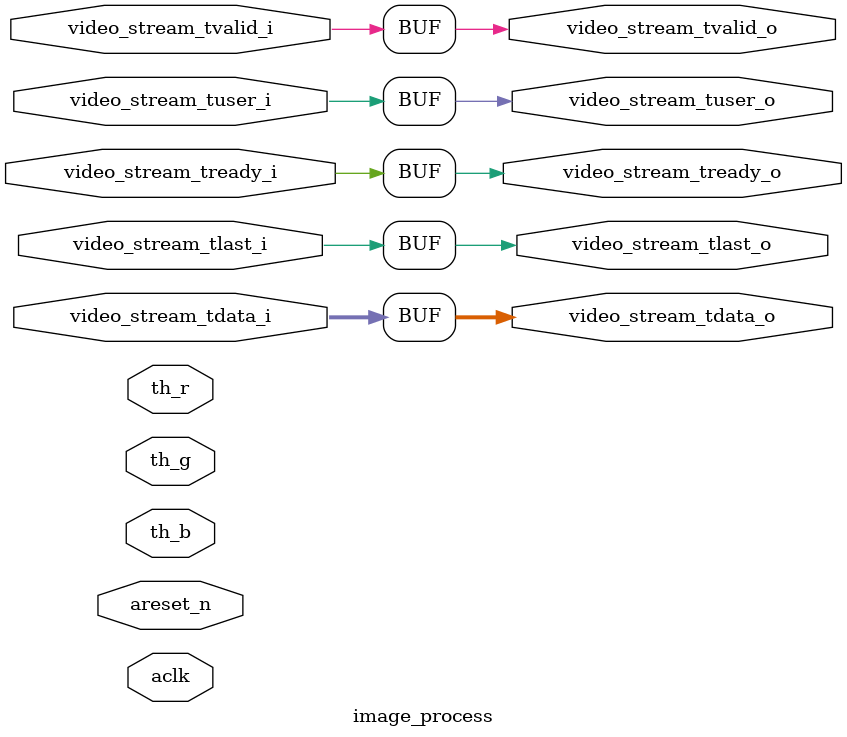
<source format=v>
`timescale 1ns / 1ps


module image_process(
    input      aclk                                ,
    input      areset_n                            ,
    //
    input [23:0]     video_stream_tdata_i          ,
    input            video_stream_tvalid_i         ,
    input            video_stream_tuser_i          ,
    input            video_stream_tlast_i          ,
    output           video_stream_tready_o         ,

    //
    output [23:0]     video_stream_tdata_o          ,
    output            video_stream_tvalid_o         ,
    output            video_stream_tuser_o          ,
    output            video_stream_tlast_o          ,
    input             video_stream_tready_i         ,

    // Threshold Control
    input [7:0]       th_r,
    input [7:0]       th_g,
    input [7:0]       th_b

    );
    // do nothing
    //assign      video_stream_tdata_o = video_stream_tdata_i;
    assign      video_stream_tlast_o = video_stream_tlast_i;
    assign      video_stream_tuser_o = video_stream_tuser_i;
    assign      video_stream_tvalid_o = video_stream_tvalid_i;
    assign      video_stream_tready_o = video_stream_tready_i; 
    

    wire                if_th;
    assign        if_th = (video_stream_tdata_i[23:16] < th_r) && (video_stream_tdata_i[15:8] < th_g) && (video_stream_tdata_i[7:0] > th_b);

    assign        video_stream_tdata_o = video_stream_tdata_i;//if_th ? 24'hffffff : 24'h000000;

endmodule

</source>
